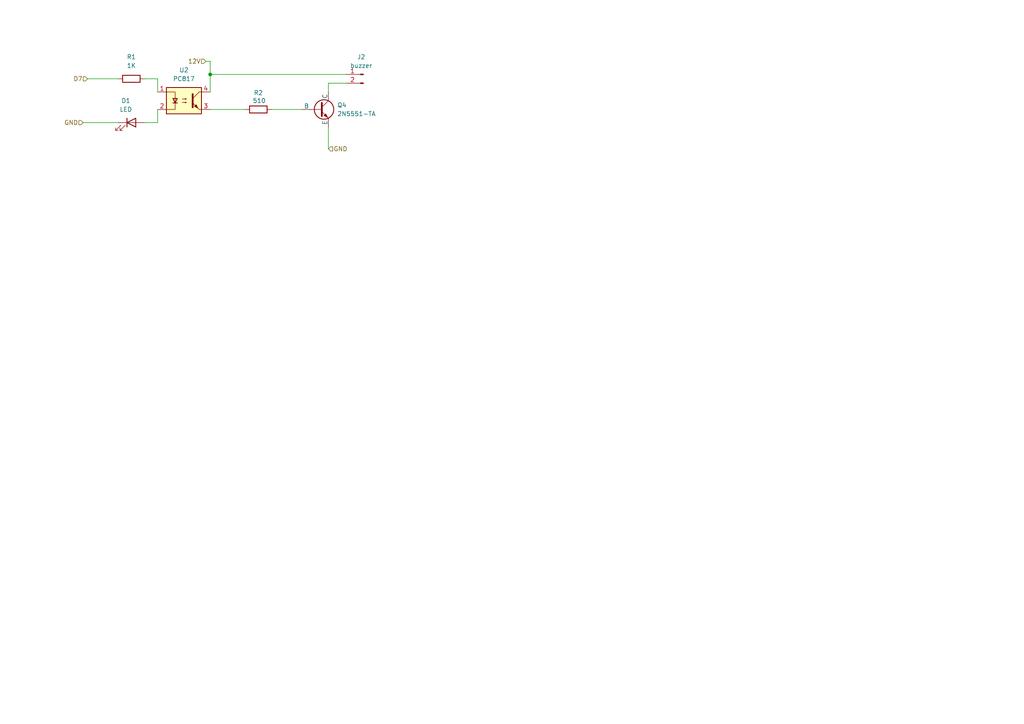
<source format=kicad_sch>
(kicad_sch (version 20231120) (generator "eeschema") (generator_version "8.0")
  (paper "A4")
  (lib_symbols
    (symbol "Connector:Conn_01x02_Pin" (pin_names (offset 1.016) hide)
      (property "Reference" "J" (at 0 2.54 0))
      (property "Value" "Conn_01x02_Pin" (at 0 -5.08 0))
      (symbol "Conn_01x02_Pin_1_1"
        (polyline (pts (xy 1.27 -2.54) (xy 0.8636 -2.54)) (stroke (width 0.1524)))
        (polyline (pts (xy 1.27 0) (xy 0.8636 0)) (stroke (width 0.1524)))
        (rectangle (start 0.8636 -2.413) (end 0 -2.667) (stroke (width 0.1524)) (fill (type outline)))
        (rectangle (start 0.8636 0.127) (end 0 -0.127) (stroke (width 0.1524)) (fill (type outline)))
        (pin passive line (at 5.08 0 180) (length 3.81) (name "Pin_1") (number "1"))
        (pin passive line (at 5.08 -2.54 180) (length 3.81) (name "Pin_2") (number "2"))
      )
    )
    (symbol "Custom Simbol FRES:2N5551-TA" (pin_numbers hide) (pin_names (offset 0))
      (property "Reference" "Q" (at -2.54 7.62 0))
      (property "Value" "2N5551-TA" (at -2.54 5.08 0))
      (symbol "2N5551-TA_0_1"
        (polyline (pts (xy -2.54 0) (xy 0.635 0)) (stroke (width 0.1524)))
        (polyline (pts (xy 0.635 0.635) (xy 2.54 2.54)))
        (polyline (pts (xy 2.794 -1.27) (xy 2.794 -1.27)) (stroke (width 0.1524)))
        (polyline (pts (xy 2.794 -1.27) (xy 2.794 -1.27)) (stroke (width 0.1524)))
        (polyline (pts (xy 0.635 -0.635) (xy 2.54 -2.54) (xy 2.54 -2.54)))
        (polyline (pts (xy 0.635 1.905) (xy 0.635 -1.905) (xy 0.635 -1.905)) (stroke (width 0.508)))
        (polyline (pts (xy 1.27 -1.778) (xy 1.778 -1.27) (xy 2.286 -2.286) (xy 1.27 -1.778) (xy 1.27 -1.778)) (fill (type outline)))
        (circle (center 1.27 0) (radius 2.8194) (stroke (width 0.254)))
      )
      (symbol "2N5551-TA_1_1"
        (pin open_collector line (at 2.54 5.08 270) (length 2.54) (name "C") (number "1"))
        (pin input line (at -5.08 0 0) (length 2.54) (name "B") (number "2"))
        (pin open_emitter line (at 2.54 -5.08 90) (length 2.54) (name "E") (number "3"))
      )
    )
    (symbol "Device:LED" (pin_numbers hide) (pin_names (offset 1.016) hide)
      (property "Reference" "D" (at 0 2.54 0))
      (property "Value" "LED" (at 0 -2.54 0))
      (symbol "LED_0_1"
        (polyline (pts (xy -1.27 -1.27) (xy -1.27 1.27)) (stroke (width 0.254)))
        (polyline (pts (xy -1.27 0) (xy 1.27 0)))
        (polyline (pts (xy 1.27 -1.27) (xy 1.27 1.27) (xy -1.27 0) (xy 1.27 -1.27)) (stroke (width 0.254)))
        (polyline (pts (xy -3.048 -0.762) (xy -4.572 -2.286) (xy -3.81 -2.286) (xy -4.572 -2.286) (xy -4.572 -1.524)))
        (polyline (pts (xy -1.778 -0.762) (xy -3.302 -2.286) (xy -2.54 -2.286) (xy -3.302 -2.286) (xy -3.302 -1.524)))
      )
      (symbol "LED_1_1"
        (pin passive line (at -3.81 0 0) (length 2.54) (name "K") (number "1"))
        (pin passive line (at 3.81 0 180) (length 2.54) (name "A") (number "2"))
      )
    )
    (symbol "Device:R" (pin_numbers hide) (pin_names (offset 0))
      (property "Reference" "R" (at 2.032 0 90))
      (property "Value" "R" (at 0 0 90))
      (symbol "R_0_1"
        (rectangle (start -1.016 -2.54) (end 1.016 2.54) (stroke (width 0.254)))
      )
      (symbol "R_1_1"
        (pin passive line (at 0 3.81 270) (length 1.27) (name "~") (number "1"))
        (pin passive line (at 0 -3.81 90) (length 1.27) (name "~") (number "2"))
      )
    )
    (symbol "Isolator:PC817" (pin_names (offset 1.016))
      (property "Reference" "U" (at -5.08 5.08 0))
      (property "Value" "PC817" (at 0 5.08 0))
      (symbol "PC817_0_1"
        (rectangle (start -5.08 3.81) (end 5.08 -3.81) (stroke (width 0.254)) (fill (type background)))
        (polyline (pts (xy -3.175 -0.635) (xy -1.905 -0.635)) (stroke (width 0.254)))
        (polyline (pts (xy 2.54 0.635) (xy 4.445 2.54)))
        (polyline (pts (xy 4.445 -2.54) (xy 2.54 -0.635)) (fill (type outline)))
        (polyline (pts (xy 4.445 -2.54) (xy 5.08 -2.54)))
        (polyline (pts (xy 4.445 2.54) (xy 5.08 2.54)))
        (polyline (pts (xy -5.08 2.54) (xy -2.54 2.54) (xy -2.54 -0.635)))
        (polyline (pts (xy -2.54 -0.635) (xy -2.54 -2.54) (xy -5.08 -2.54)))
        (polyline (pts (xy 2.54 1.905) (xy 2.54 -1.905) (xy 2.54 -1.905)) (stroke (width 0.508)))
        (polyline (pts (xy -2.54 -0.635) (xy -3.175 0.635) (xy -1.905 0.635) (xy -2.54 -0.635)) (stroke (width 0.254)))
        (polyline (pts (xy -0.508 -0.508) (xy 0.762 -0.508) (xy 0.381 -0.635) (xy 0.381 -0.381) (xy 0.762 -0.508)))
        (polyline (pts (xy -0.508 0.508) (xy 0.762 0.508) (xy 0.381 0.381) (xy 0.381 0.635) (xy 0.762 0.508)))
        (polyline (pts (xy 3.048 -1.651) (xy 3.556 -1.143) (xy 4.064 -2.159) (xy 3.048 -1.651) (xy 3.048 -1.651)) (fill (type outline)))
      )
      (symbol "PC817_1_1"
        (pin passive line (at -7.62 2.54 0) (length 2.54) (name "~") (number "1"))
        (pin passive line (at -7.62 -2.54 0) (length 2.54) (name "~") (number "2"))
        (pin passive line (at 7.62 -2.54 180) (length 2.54) (name "~") (number "3"))
        (pin passive line (at 7.62 2.54 180) (length 2.54) (name "~") (number "4"))
      )
    )
  )
  (junction (at 60.96 21.59))
  (wire (pts (xy 25.4 22.86) (xy 34.29 22.86)))
  (wire (pts (xy 41.91 35.56) (xy 45.72 35.56)))
  (wire (pts (xy 45.72 35.56) (xy 45.72 31.75)))
  (wire (pts (xy 45.72 22.86) (xy 45.72 26.67)))
  (wire (pts (xy 78.74 31.75) (xy 87.63 31.75)))
  (wire (pts (xy 95.25 36.83) (xy 95.25 43.18)))
  (wire (pts (xy 60.96 17.78) (xy 60.96 21.59)))
  (wire (pts (xy 60.96 26.67) (xy 60.96 21.59)))
  (wire (pts (xy 24.13 35.56) (xy 34.29 35.56)))
  (wire (pts (xy 95.25 24.13) (xy 100.33 24.13)))
  (wire (pts (xy 60.96 21.59) (xy 100.33 21.59)))
  (wire (pts (xy 60.96 31.75) (xy 71.12 31.75)))
  (wire (pts (xy 41.91 22.86) (xy 45.72 22.86)))
  (wire (pts (xy 59.69 17.78) (xy 60.96 17.78)))
  (wire (pts (xy 95.25 26.67) (xy 95.25 24.13)))
  (hierarchical_label "GND" (shape input) (at 24.13 35.56 180))
  (hierarchical_label "D7" (shape input) (at 25.4 22.86 180))
  (hierarchical_label "GND" (shape input) (at 95.25 43.18 0))
  (hierarchical_label "12V" (shape input) (at 59.69 17.78 180))
  (symbol (lib_id "Device:R") (at 74.93 31.75 90) (unit 1)
    (property "Reference" "R2" (at 74.93 26.924 90))
    (property "Value" "510" (at 75.184 29.21 90))
    (property "Footprint" "Resistor_SMD:R_0201_0603Metric_Pad0.64x0.40mm_HandSolder" (effects (hide yes)))
    (property "Description" "Resistor" (effects (hide yes)))
  )
  (symbol (lib_id "Isolator:PC817") (at 53.34 29.21 0) (unit 1)
    (property "Reference" "U2" (at 53.34 20.32 0))
    (property "Value" "PC817" (at 53.34 22.86 0))
    (property "Footprint" "Package_DIP:DIP-4_W7.62mm_SMDSocket_SmallPads" (effects (hide yes)))
    (property "Datasheet" "http://www.soselectronic.cz/a_info/resource/d/pc817.pdf" (effects (hide yes)))
    (property "Description" "DC Optocoupler, Vce 35V, CTR 50-300%, DIP-4" (effects (hide yes)))
  )
  (symbol (lib_id "Device:LED") (at 38.1 35.56 0) (unit 1)
    (property "Reference" "D1" (at 36.5125 29.21 0))
    (property "Value" "LED" (at 36.5125 31.75 0))
    (property "Footprint" "LED_SMD:LED_0201_0603Metric_Pad0.64x0.40mm_HandSolder" (effects (hide yes)))
    (property "Description" "Light emitting diode" (effects (hide yes)))
  )
  (symbol (lib_id "Custom Simbol FRES:2N5551-TA") (at 92.71 31.75 0) (unit 1)
    (property "Reference" "Q4" (at 97.79 30.4799 0) (effects (justify left)))
    (property "Value" "2N5551-TA" (at 97.79 33.0199 0) (effects (justify left)))
    (property "Footprint" "KiCad:2N5551TA" (effects (hide yes)))
    (property "Datasheet" "https://ngspice.sourceforge.io/docs/ngspice-html-manual/manual.xhtml#cha_BJTs" (effects (hide yes)))
    (property "Description" "Bipolar transistor symbol for simulation only, substrate tied to the emitter" (effects (hide yes)))
    (property "Sim.Device" "NPN" (effects (hide yes)))
    (property "Sim.Type" "GUMMELPOON" (effects (hide yes)))
    (property "Sim.Pins" "1=C 2=B 3=E" (effects (hide yes)))
  )
  (symbol (lib_id "Connector:Conn_01x02_Pin") (at 105.41 21.59 0) (mirror y) (unit 1)
    (property "Reference" "J2" (at 104.775 16.51 0))
    (property "Value" "buzzer" (at 104.775 19.05 0))
    (property "Footprint" "Connector_Molex:Molex_KK-396_A-41792-0002_1x02_P3.96mm_Horizontal" (effects (hide yes)))
    (property "Description" "Generic connector, single row, 01x02, script generated" (effects (hide yes)))
  )
  (symbol (lib_id "Device:R") (at 38.1 22.86 90) (unit 1)
    (property "Reference" "R1" (at 38.1 16.51 90))
    (property "Value" "1K" (at 38.1 19.05 90))
    (property "Footprint" "Resistor_SMD:R_0201_0603Metric_Pad0.64x0.40mm_HandSolder" (effects (hide yes)))
    (property "Description" "Resistor" (effects (hide yes)))
  )
)
</source>
